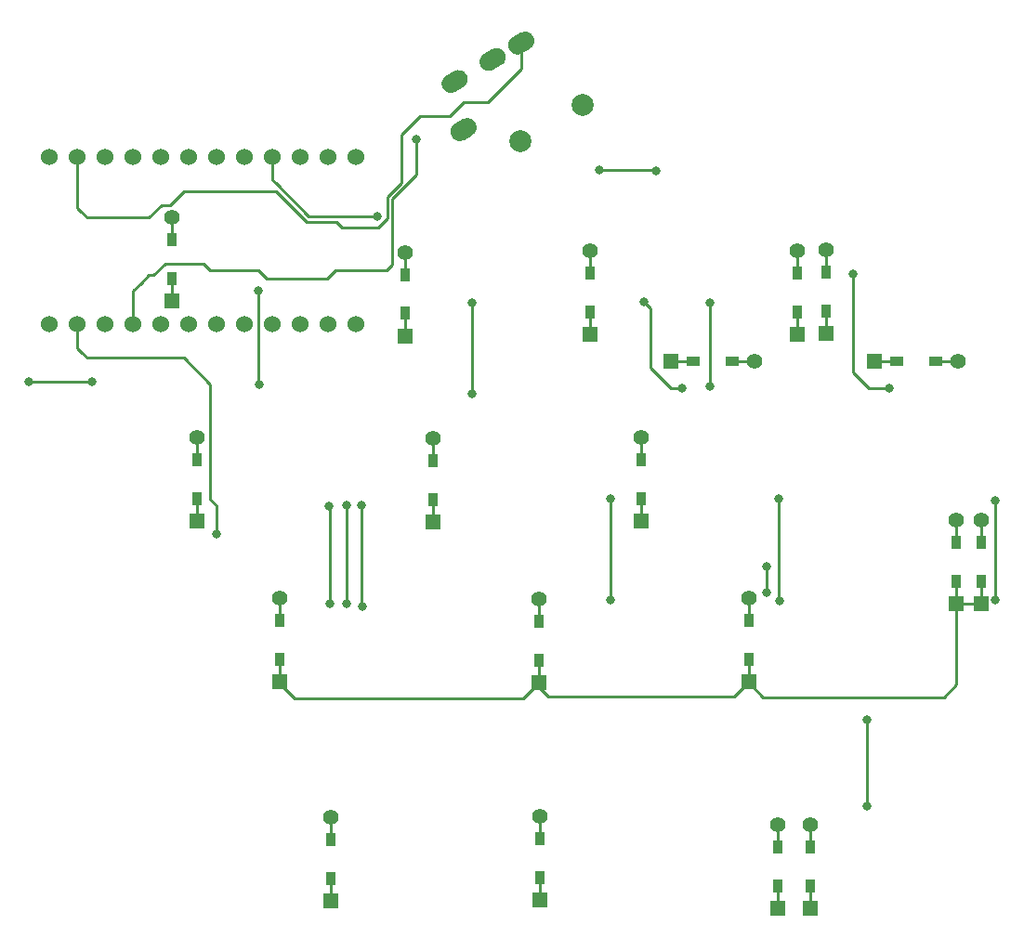
<source format=gbr>
G04 #@! TF.GenerationSoftware,KiCad,Pcbnew,(5.1.6-0-10_14)*
G04 #@! TF.CreationDate,2022-05-03T20:52:28+09:00*
G04 #@! TF.ProjectId,cool939,636f6f6c-3933-4392-9e6b-696361645f70,rev?*
G04 #@! TF.SameCoordinates,Original*
G04 #@! TF.FileFunction,Copper,L1,Top*
G04 #@! TF.FilePolarity,Positive*
%FSLAX46Y46*%
G04 Gerber Fmt 4.6, Leading zero omitted, Abs format (unit mm)*
G04 Created by KiCad (PCBNEW (5.1.6-0-10_14)) date 2022-05-03 20:52:28*
%MOMM*%
%LPD*%
G01*
G04 APERTURE LIST*
G04 #@! TA.AperFunction,ComponentPad*
%ADD10C,1.524000*%
G04 #@! TD*
G04 #@! TA.AperFunction,SMDPad,CuDef*
%ADD11R,0.950000X1.300000*%
G04 #@! TD*
G04 #@! TA.AperFunction,ComponentPad*
%ADD12C,1.397000*%
G04 #@! TD*
G04 #@! TA.AperFunction,ComponentPad*
%ADD13R,1.397000X1.397000*%
G04 #@! TD*
G04 #@! TA.AperFunction,ComponentPad*
%ADD14C,2.000000*%
G04 #@! TD*
G04 #@! TA.AperFunction,SMDPad,CuDef*
%ADD15R,1.300000X0.950000*%
G04 #@! TD*
G04 #@! TA.AperFunction,ViaPad*
%ADD16C,0.800000*%
G04 #@! TD*
G04 #@! TA.AperFunction,Conductor*
%ADD17C,0.250000*%
G04 #@! TD*
G04 APERTURE END LIST*
D10*
X25772000Y7991400D03*
X28312000Y7991400D03*
X30852000Y7991400D03*
X33392000Y7991400D03*
X35932000Y7991400D03*
X38472000Y7991400D03*
X41012000Y7991400D03*
X43552000Y7991400D03*
X46092000Y7991400D03*
X48632000Y7991400D03*
X51172000Y7991400D03*
X53712000Y7991400D03*
X53712000Y-7228600D03*
X51172000Y-7228600D03*
X48632000Y-7228600D03*
X46092000Y-7228600D03*
X43552000Y-7228600D03*
X41012000Y-7228600D03*
X38472000Y-7228600D03*
X35932000Y-7228600D03*
X33392000Y-7228600D03*
X30852000Y-7228600D03*
X28312000Y-7228600D03*
X25772000Y-7228600D03*
D11*
X79700000Y-19645000D03*
D12*
X79700000Y-17610000D03*
D13*
X79700000Y-25230000D03*
D11*
X79700000Y-23195000D03*
X39220000Y-19615000D03*
D12*
X39220000Y-17580000D03*
D13*
X39220000Y-25200000D03*
D11*
X39220000Y-23165000D03*
X46730000Y-34235000D03*
D12*
X46730000Y-32200000D03*
D13*
X46730000Y-39820000D03*
D11*
X46730000Y-37785000D03*
X36880000Y435000D03*
D12*
X36880000Y2470000D03*
D13*
X36880000Y-5150000D03*
D11*
X36880000Y-3115000D03*
X70460000Y-54165000D03*
D12*
X70460000Y-52130000D03*
D13*
X70460000Y-59750000D03*
D11*
X70460000Y-57715000D03*
X51350000Y-54235000D03*
D12*
X51350000Y-52200000D03*
D13*
X51350000Y-59820000D03*
D11*
X51350000Y-57785000D03*
D14*
X74324583Y12685000D03*
X68695417Y9435000D03*
G04 #@! TA.AperFunction,ComponentPad*
G36*
G01*
X69513526Y17822531D02*
X68820706Y17422531D01*
G75*
G02*
X67659584Y17733653I-425000J736122D01*
G01*
X67659584Y17733653D01*
G75*
G02*
X67970706Y18894775I736122J425000D01*
G01*
X68663526Y19294775D01*
G75*
G02*
X69824648Y18983653I425000J-736122D01*
G01*
X69824648Y18983653D01*
G75*
G02*
X69513526Y17822531I-736122J-425000D01*
G01*
G37*
G04 #@! TD.AperFunction*
G04 #@! TA.AperFunction,ComponentPad*
G36*
G01*
X66915450Y16322531D02*
X66222630Y15922531D01*
G75*
G02*
X65061508Y16233653I-425000J736122D01*
G01*
X65061508Y16233653D01*
G75*
G02*
X65372630Y17394775I736122J425000D01*
G01*
X66065450Y17794775D01*
G75*
G02*
X67226572Y17483653I425000J-736122D01*
G01*
X67226572Y17483653D01*
G75*
G02*
X66915450Y16322531I-736122J-425000D01*
G01*
G37*
G04 #@! TD.AperFunction*
G04 #@! TA.AperFunction,ComponentPad*
G36*
G01*
X63451348Y14322531D02*
X62758528Y13922531D01*
G75*
G02*
X61597406Y14233653I-425000J736122D01*
G01*
X61597406Y14233653D01*
G75*
G02*
X61908528Y15394775I736122J425000D01*
G01*
X62601348Y15794775D01*
G75*
G02*
X63762470Y15483653I425000J-736122D01*
G01*
X63762470Y15483653D01*
G75*
G02*
X63451348Y14322531I-736122J-425000D01*
G01*
G37*
G04 #@! TD.AperFunction*
G04 #@! TA.AperFunction,ComponentPad*
G36*
G01*
X64252310Y9935225D02*
X63559490Y9535225D01*
G75*
G02*
X62398368Y9846347I-425000J736122D01*
G01*
X62398368Y9846347D01*
G75*
G02*
X62709490Y11007469I736122J425000D01*
G01*
X63402310Y11407469D01*
G75*
G02*
X64563432Y11096347I425000J-736122D01*
G01*
X64563432Y11096347D01*
G75*
G02*
X64252310Y9935225I-736122J-425000D01*
G01*
G37*
G04 #@! TD.AperFunction*
D11*
X89480000Y-34265000D03*
D12*
X89480000Y-32230000D03*
D13*
X89480000Y-39850000D03*
D11*
X89480000Y-37815000D03*
X108370000Y-27185000D03*
D12*
X108370000Y-25150000D03*
D13*
X108370000Y-32770000D03*
D11*
X108370000Y-30735000D03*
X75040000Y-2595000D03*
D12*
X75040000Y-560000D03*
D13*
X75040000Y-8180000D03*
D11*
X75040000Y-6145000D03*
X58200000Y-2735000D03*
D12*
X58200000Y-700000D03*
D13*
X58200000Y-8320000D03*
D11*
X58200000Y-6285000D03*
X96480000Y-2535000D03*
D12*
X96480000Y-500000D03*
D13*
X96480000Y-8120000D03*
D11*
X96480000Y-6085000D03*
X93900000Y-2625000D03*
D12*
X93900000Y-590000D03*
D13*
X93900000Y-8210000D03*
D11*
X93900000Y-6175000D03*
D15*
X87925000Y-10620000D03*
D12*
X89960000Y-10620000D03*
D13*
X82340000Y-10620000D03*
D15*
X84375000Y-10620000D03*
X102965000Y-10620000D03*
D13*
X100930000Y-10620000D03*
D12*
X108550000Y-10620000D03*
D15*
X106515000Y-10620000D03*
D11*
X70360000Y-34325000D03*
D12*
X70360000Y-32290000D03*
D13*
X70360000Y-39910000D03*
D11*
X70360000Y-37875000D03*
X95100000Y-54905000D03*
D12*
X95100000Y-52870000D03*
D13*
X95100000Y-60490000D03*
D11*
X95100000Y-58455000D03*
X92090000Y-54905000D03*
D12*
X92090000Y-52870000D03*
D13*
X92090000Y-60490000D03*
D11*
X92090000Y-58455000D03*
X110630000Y-30735000D03*
D13*
X110630000Y-32770000D03*
D12*
X110630000Y-25150000D03*
D11*
X110630000Y-27185000D03*
X60690000Y-19695000D03*
D12*
X60690000Y-17660000D03*
D13*
X60690000Y-25280000D03*
D11*
X60690000Y-23245000D03*
D16*
X51230000Y-23860000D03*
X51270000Y-32720000D03*
X52790000Y-23800000D03*
X52790000Y-32720000D03*
X40960000Y-26370000D03*
X85960000Y-12940000D03*
X85960000Y-5340000D03*
X59140000Y9550000D03*
X91090000Y-29340000D03*
X91130000Y-31700000D03*
X23871000Y-12529000D03*
X29600000Y-12530000D03*
X54270000Y-32970000D03*
X54220000Y-23800000D03*
X44840000Y-12780000D03*
X44790000Y-4250000D03*
X76870000Y-32410000D03*
X64290000Y-13600000D03*
X64220000Y-5290000D03*
X55590000Y2540000D03*
X76870000Y-23190000D03*
X92240000Y-23210000D03*
X92300000Y-32490000D03*
X100240000Y-43320000D03*
X83420000Y-13130000D03*
X100240000Y-51190000D03*
X79900000Y-5250000D03*
X111940000Y-32410000D03*
X98950000Y-2670000D03*
X102290000Y-13110000D03*
X111920000Y-23310000D03*
X75850000Y6760000D03*
X81040000Y6730000D03*
D17*
X36880000Y2230000D02*
X36880000Y195000D01*
X36880000Y2470000D02*
X36880000Y435000D01*
X58200000Y-700000D02*
X58200000Y-2735000D01*
X75040000Y-560000D02*
X75040000Y-2595000D01*
X93900000Y-590000D02*
X93900000Y-2625000D01*
X96480000Y-500000D02*
X96480000Y-2535000D01*
X60690000Y-17660000D02*
X60690000Y-19695000D01*
X79700000Y-17610000D02*
X79700000Y-19645000D01*
X89960000Y-10620000D02*
X87925000Y-10620000D01*
X106515000Y-10620000D02*
X108550000Y-10620000D01*
X70360000Y-32290000D02*
X70360000Y-34325000D01*
X89480000Y-32230000D02*
X89480000Y-34265000D01*
X108370000Y-25150000D02*
X108370000Y-27185000D01*
X110630000Y-25150000D02*
X110630000Y-27185000D01*
X51350000Y-52200000D02*
X51350000Y-54235000D01*
X70460000Y-52130000D02*
X70460000Y-54165000D01*
X92090000Y-54905000D02*
X92090000Y-52870000D01*
X39220000Y-17580000D02*
X39220000Y-19615000D01*
X46730000Y-32200000D02*
X46730000Y-34235000D01*
X95100000Y-52870000D02*
X95100000Y-54905000D01*
X93900000Y-6175000D02*
X93900000Y-8210000D01*
X36880000Y-5150000D02*
X36880000Y-3115000D01*
X75040000Y-6145000D02*
X75040000Y-8180000D01*
X96480000Y-6085000D02*
X96480000Y-8120000D01*
X36880000Y-3355000D02*
X36880000Y-5390000D01*
X58200000Y-6285000D02*
X58200000Y-8320000D01*
X84375000Y-10620000D02*
X82340000Y-10620000D01*
X79700000Y-23195000D02*
X79700000Y-25230000D01*
X60690000Y-23245000D02*
X60690000Y-25280000D01*
X100930000Y-10620000D02*
X102965000Y-10620000D01*
X39220000Y-23165000D02*
X39220000Y-25200000D01*
X89480000Y-39850000D02*
X89480000Y-39950000D01*
X51270000Y-23900000D02*
X51230000Y-23860000D01*
X51270000Y-32720000D02*
X51270000Y-23900000D01*
X46730000Y-39820000D02*
X46730000Y-40030000D01*
X46730000Y-40030000D02*
X48060000Y-41360000D01*
X110630000Y-30735000D02*
X110630000Y-32770000D01*
X90790000Y-41260000D02*
X107240000Y-41260000D01*
X89480000Y-39950000D02*
X90790000Y-41260000D01*
X70360000Y-39910000D02*
X70360000Y-40370000D01*
X71210000Y-41220000D02*
X88110000Y-41220000D01*
X88110000Y-41220000D02*
X89480000Y-39850000D01*
X89480000Y-37815000D02*
X89480000Y-39850000D01*
X110630000Y-32770000D02*
X108370000Y-32770000D01*
X70360000Y-40370000D02*
X71210000Y-41220000D01*
X70360000Y-37875000D02*
X70360000Y-39910000D01*
X48060000Y-41360000D02*
X68910000Y-41360000D01*
X68910000Y-41360000D02*
X70360000Y-39910000D01*
X46730000Y-37785000D02*
X46730000Y-39820000D01*
X107240000Y-41260000D02*
X108370000Y-40130000D01*
X108370000Y-40130000D02*
X108370000Y-32770000D01*
X108370000Y-30735000D02*
X108370000Y-32770000D01*
X95100000Y-58455000D02*
X95100000Y-60490000D01*
X52790000Y-23800000D02*
X52790000Y-32720000D01*
X92090000Y-60490000D02*
X92090000Y-58455000D01*
X70460000Y-57715000D02*
X70460000Y-59750000D01*
X51350000Y-57785000D02*
X51350000Y-59820000D01*
X49203599Y2089991D02*
X46428589Y4865001D01*
X68742116Y16024330D02*
X65732785Y13014999D01*
X36728217Y3592999D02*
X35942999Y3592999D01*
X57790000Y9980000D02*
X57790000Y5616410D01*
X56529990Y2406988D02*
X55683002Y1560000D01*
X35942999Y3592999D02*
X34790000Y2440000D01*
X65732785Y13014999D02*
X63524999Y13014999D01*
X46428589Y4865001D02*
X38000219Y4865001D01*
X62220000Y11710000D02*
X59520000Y11710000D01*
X63524999Y13014999D02*
X62220000Y11710000D01*
X68742116Y18358653D02*
X68742116Y16024330D01*
X28312000Y3348000D02*
X28635000Y3025000D01*
X51880010Y2089990D02*
X49203599Y2089991D01*
X28635000Y3025000D02*
X28392000Y3268000D01*
X57790000Y5616410D02*
X56529990Y4356400D01*
X52410000Y1560000D02*
X51880010Y2089990D01*
X38000219Y4865001D02*
X36728217Y3592999D01*
X59520000Y11710000D02*
X57790000Y9980000D01*
X34790000Y2440000D02*
X29220000Y2440000D01*
X55683002Y1560000D02*
X52410000Y1560000D01*
X29220000Y2440000D02*
X28635000Y3025000D01*
X28312000Y7991400D02*
X28312000Y3348000D01*
X56529990Y4356400D02*
X56529990Y2406988D01*
X85960000Y-5340000D02*
X85960000Y-12940000D01*
X28392000Y-9542000D02*
X28740000Y-9890000D01*
X28740000Y-9890000D02*
X29200000Y-10350000D01*
X28312000Y-7228600D02*
X28312000Y-9462000D01*
X28312000Y-9462000D02*
X28740000Y-9890000D01*
X40420000Y-12760000D02*
X40420000Y-23250000D01*
X29200000Y-10350000D02*
X38010000Y-10350000D01*
X38010000Y-10350000D02*
X40420000Y-12760000D01*
X40420000Y-23250000D02*
X40960000Y-23790000D01*
X40960000Y-23790000D02*
X40960000Y-26370000D01*
X59140000Y6330000D02*
X59140000Y9550000D01*
X56980000Y4170000D02*
X59140000Y6330000D01*
X44758901Y-2318901D02*
X45520000Y-3080000D01*
X56481099Y-2318901D02*
X56980000Y-1820000D01*
X51020000Y-3080000D02*
X51781099Y-2318901D01*
X51781099Y-2318901D02*
X56481099Y-2318901D01*
X39800000Y-1720000D02*
X40398901Y-2318901D01*
X56980000Y-1820000D02*
X56980000Y4170000D01*
X40398901Y-2318901D02*
X44758901Y-2318901D01*
X35220000Y-2800000D02*
X36300000Y-1720000D01*
X34110000Y-3510000D02*
X34820000Y-2800000D01*
X45520000Y-3080000D02*
X51020000Y-3080000D01*
X36300000Y-1720000D02*
X39800000Y-1720000D01*
X34820000Y-2800000D02*
X35220000Y-2800000D01*
X33392000Y-7228600D02*
X33392000Y-4228000D01*
X33392000Y-4228000D02*
X34110000Y-3510000D01*
X34110000Y-3510000D02*
X33472000Y-4148000D01*
X91130000Y-29380000D02*
X91090000Y-29340000D01*
X91130000Y-31700000D02*
X91130000Y-29380000D01*
X23872000Y-12530000D02*
X23871000Y-12529000D01*
X29600000Y-12530000D02*
X23872000Y-12530000D01*
X54220000Y-23800000D02*
X54220000Y-32920000D01*
X54220000Y-32920000D02*
X54270000Y-32970000D01*
X44810000Y-9620000D02*
X44810000Y-12750000D01*
X44810000Y-12750000D02*
X44840000Y-12780000D01*
X44810000Y-4990000D02*
X44810000Y-4270000D01*
X44810000Y-4270000D02*
X44790000Y-4250000D01*
X44810000Y-9620000D02*
X44810000Y-4990000D01*
X46355000Y5575000D02*
X46172000Y5758000D01*
X46092000Y5838000D02*
X46355000Y5575000D01*
X64220000Y-5290000D02*
X64220000Y-13530000D01*
X46092000Y7991400D02*
X46092000Y5838000D01*
X55590000Y2540000D02*
X49390000Y2540000D01*
X64220000Y-13530000D02*
X64290000Y-13600000D01*
X49390000Y2540000D02*
X46355000Y5575000D01*
X76870000Y-23190000D02*
X76870000Y-32410000D01*
X100240000Y-43320000D02*
X100240000Y-51190000D01*
X82360000Y-13130000D02*
X83420000Y-13130000D01*
X80490000Y-5840000D02*
X80490000Y-11260000D01*
X92240000Y-32430000D02*
X92300000Y-32490000D01*
X92240000Y-23210000D02*
X92240000Y-32430000D01*
X80490000Y-11260000D02*
X82360000Y-13130000D01*
X79900000Y-5250000D02*
X80490000Y-5840000D01*
X98950000Y-11660000D02*
X100400000Y-13110000D01*
X81010000Y6760000D02*
X81040000Y6730000D01*
X75850000Y6760000D02*
X81010000Y6760000D01*
X111920000Y-32390000D02*
X111940000Y-32410000D01*
X111920000Y-23310000D02*
X111920000Y-32390000D01*
X98950000Y-5330000D02*
X98950000Y-2670000D01*
X98950000Y-5330000D02*
X98950000Y-11660000D01*
X100400000Y-13110000D02*
X102290000Y-13110000D01*
M02*

</source>
